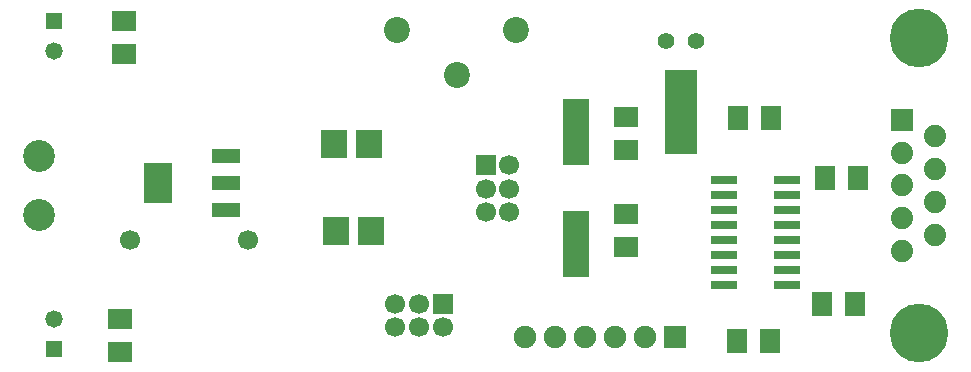
<source format=gbr>
G04 DipTrace 2.4.0.2*
%INÂåðõíÿÿìàñêà.gbr*%
%MOIN*%
%ADD22R,0.0669X0.0669*%
%ADD23C,0.0669*%
%ADD48C,0.0669*%
%ADD59C,0.0559*%
%ADD61R,0.0866X0.2244*%
%ADD63R,0.0925X0.1358*%
%ADD65R,0.0925X0.0453*%
%ADD71R,0.0866X0.0315*%
%ADD75R,0.1063X0.2835*%
%ADD85C,0.1063*%
%ADD87C,0.1953*%
%ADD89C,0.0744*%
%ADD91R,0.0744X0.0744*%
%ADD93C,0.0748*%
%ADD94R,0.0748X0.0748*%
%ADD95R,0.0579X0.0579*%
%ADD97C,0.0579*%
%ADD99R,0.0866X0.0945*%
%ADD100R,0.0709X0.0787*%
%ADD102R,0.0787X0.0709*%
%ADD104C,0.0866*%
%FSLAX44Y44*%
G04*
G70*
G90*
G75*
G01*
%LNTopMask*%
%LPD*%
D104*
X17703Y15562D3*
X21640D3*
X19672Y14066D3*
D102*
X25328Y11562D3*
Y12664D3*
Y9437D3*
Y8335D3*
D99*
X16822Y8875D3*
X15641D3*
X16766Y11750D3*
X15585D3*
D100*
X32956Y6437D3*
X31854D3*
X31968Y10614D3*
X33070D3*
X30129Y5198D3*
X29027D3*
X29038Y12625D3*
X30141D3*
D97*
X6266Y5937D3*
D95*
Y4937D3*
D97*
Y14875D3*
D95*
Y15875D3*
D94*
X26956Y5312D3*
D93*
X25956D3*
X24956D3*
X23956D3*
X22956D3*
X21956D3*
D91*
X34516Y12562D3*
D89*
Y11471D3*
Y10381D3*
Y9290D3*
Y8200D3*
X35634Y12017D3*
Y10926D3*
Y9835D3*
Y8745D3*
D87*
X35075Y15300D3*
Y5461D3*
D85*
X5756Y9394D3*
Y11362D3*
D22*
X19205Y6437D3*
D23*
X18417D3*
X17630D3*
Y5650D3*
X18417D3*
X19205D3*
D22*
X20641Y11062D3*
D23*
Y10275D3*
Y9487D3*
X21428D3*
Y10275D3*
Y11062D3*
D48*
X8792Y8578D3*
X12729D3*
D75*
X27141Y12812D3*
D102*
X8453Y4812D3*
Y5914D3*
X8578Y15875D3*
Y14772D3*
D71*
X30703Y7062D3*
Y7562D3*
Y8062D3*
Y8562D3*
Y9062D3*
Y9562D3*
Y10062D3*
Y10562D3*
X28577D3*
Y10062D3*
Y9562D3*
Y9062D3*
Y8562D3*
Y8062D3*
Y7562D3*
Y7062D3*
D65*
X12000Y9548D3*
Y10454D3*
Y11359D3*
D63*
X9717Y10454D3*
D61*
X23641Y8437D3*
Y12177D3*
D59*
X27641Y15187D3*
X26641D3*
M02*

</source>
